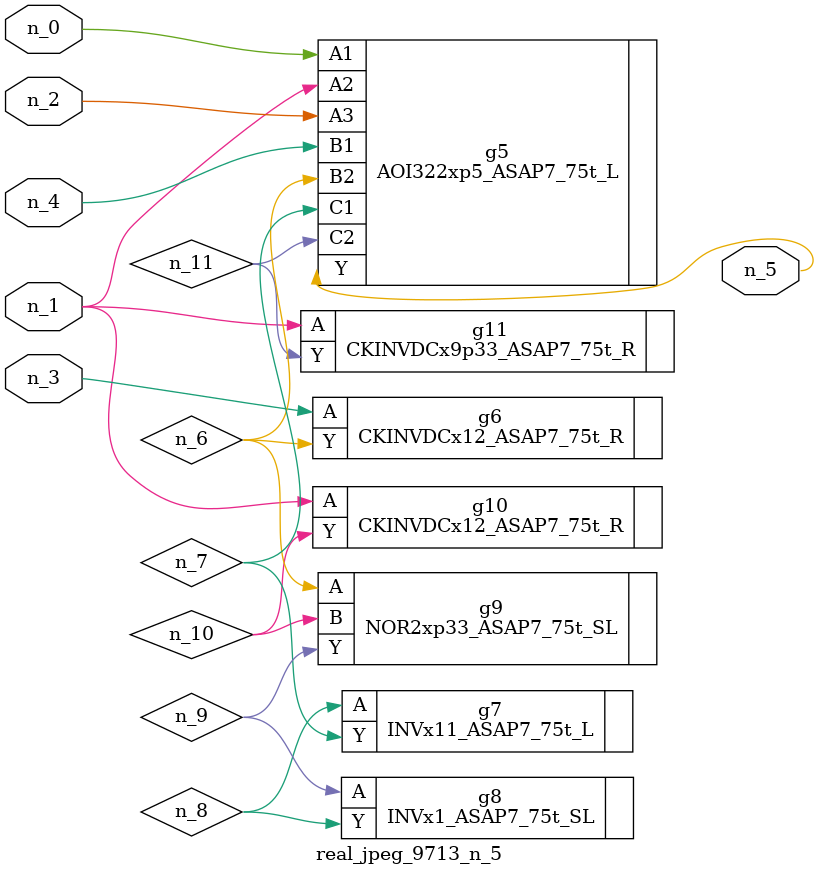
<source format=v>
module real_jpeg_9713_n_5 (n_4, n_0, n_1, n_2, n_3, n_5);

input n_4;
input n_0;
input n_1;
input n_2;
input n_3;

output n_5;

wire n_8;
wire n_11;
wire n_6;
wire n_7;
wire n_10;
wire n_9;

AOI322xp5_ASAP7_75t_L g5 ( 
.A1(n_0),
.A2(n_1),
.A3(n_2),
.B1(n_4),
.B2(n_6),
.C1(n_7),
.C2(n_11),
.Y(n_5)
);

CKINVDCx12_ASAP7_75t_R g10 ( 
.A(n_1),
.Y(n_10)
);

CKINVDCx9p33_ASAP7_75t_R g11 ( 
.A(n_1),
.Y(n_11)
);

CKINVDCx12_ASAP7_75t_R g6 ( 
.A(n_3),
.Y(n_6)
);

NOR2xp33_ASAP7_75t_SL g9 ( 
.A(n_6),
.B(n_10),
.Y(n_9)
);

INVx11_ASAP7_75t_L g7 ( 
.A(n_8),
.Y(n_7)
);

INVx1_ASAP7_75t_SL g8 ( 
.A(n_9),
.Y(n_8)
);


endmodule
</source>
